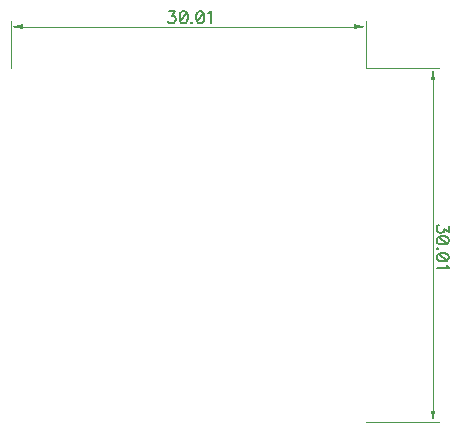
<source format=gbr>
G04 DipTrace 3.2.0.1*
G04 TopDimension.gbr*
%MOIN*%
G04 #@! TF.FileFunction,Drawing,Top*
G04 #@! TF.Part,Single*
%ADD13C,0.001378*%
%ADD53C,0.006176*%
%FSLAX26Y26*%
G04*
G70*
G90*
G75*
G01*
G04 TopDimension*
%LPD*%
X393701Y1575075D2*
D13*
Y1732274D1*
X1575075Y1575075D2*
Y1732274D1*
X984388Y1712589D2*
X433071D1*
G36*
X393701D2*
X433071Y1720463D1*
Y1704715D1*
X393701Y1712589D1*
G37*
X984388D2*
D13*
X1535705D1*
G36*
X1575075D2*
X1535705Y1704715D1*
Y1720463D1*
X1575075Y1712589D1*
G37*
Y1575075D2*
D13*
X1819783D1*
X1575075Y393701D2*
X1819783D1*
X1800098Y984388D2*
Y1535705D1*
G36*
Y1575075D2*
X1807972Y1535705D1*
X1792224D1*
X1800098Y1575075D1*
G37*
Y984388D2*
D13*
Y433071D1*
G36*
Y393701D2*
X1792224Y433071D1*
X1807972D1*
X1800098Y393701D1*
G37*
X919707Y1764948D2*
D53*
X940709D1*
X929257Y1749649D1*
X935005D1*
X938808Y1747748D1*
X940709Y1745847D1*
X942655Y1740099D1*
Y1736296D1*
X940709Y1730548D1*
X936907Y1726701D1*
X931159Y1724800D1*
X925411D1*
X919707Y1726701D1*
X917806Y1728647D1*
X915860Y1732449D1*
X966502Y1764948D2*
X960754Y1763047D1*
X956907Y1757298D1*
X955006Y1747748D1*
Y1742000D1*
X956907Y1732449D1*
X960754Y1726701D1*
X966502Y1724800D1*
X970305D1*
X976053Y1726701D1*
X979855Y1732449D1*
X981801Y1742000D1*
Y1747748D1*
X979855Y1757298D1*
X976053Y1763047D1*
X970305Y1764948D1*
X966502D1*
X979855Y1757298D2*
X956907Y1732449D1*
X996053Y1728647D2*
X994152Y1726701D1*
X996053Y1724800D1*
X997999Y1726701D1*
X996053Y1728647D1*
X1021846Y1764948D2*
X1016098Y1763047D1*
X1012252Y1757298D1*
X1010350Y1747748D1*
Y1742000D1*
X1012252Y1732449D1*
X1016098Y1726701D1*
X1021846Y1724800D1*
X1025649D1*
X1031397Y1726701D1*
X1035200Y1732449D1*
X1037145Y1742000D1*
Y1747748D1*
X1035200Y1757298D1*
X1031397Y1763047D1*
X1025649Y1764948D1*
X1021846D1*
X1035200Y1757298D2*
X1012252Y1732449D1*
X1049496Y1757298D2*
X1053343Y1759244D1*
X1059091Y1764948D1*
Y1724800D1*
X1852457Y1049069D2*
Y1028066D1*
X1837158Y1039518D1*
Y1033770D1*
X1835257Y1029968D1*
X1833356Y1028066D1*
X1827608Y1026121D1*
X1823805D1*
X1818057Y1028066D1*
X1814210Y1031869D1*
X1812309Y1037617D1*
Y1043365D1*
X1814210Y1049069D1*
X1816156Y1050970D1*
X1819958Y1052916D1*
X1852457Y1002273D2*
X1850556Y1008021D1*
X1844808Y1011868D1*
X1835257Y1013769D1*
X1829509D1*
X1819958Y1011868D1*
X1814210Y1008021D1*
X1812309Y1002273D1*
Y998471D1*
X1814210Y992723D1*
X1819958Y988920D1*
X1829509Y986975D1*
X1835257D1*
X1844808Y988920D1*
X1850556Y992723D1*
X1852457Y998471D1*
Y1002273D1*
X1844808Y988920D2*
X1819958Y1011868D1*
X1816156Y972722D2*
X1814210Y974623D1*
X1812309Y972722D1*
X1814210Y970777D1*
X1816156Y972722D1*
X1852457Y946929D2*
X1850556Y952677D1*
X1844808Y956524D1*
X1835257Y958425D1*
X1829509D1*
X1819958Y956524D1*
X1814210Y952677D1*
X1812309Y946929D1*
Y943127D1*
X1814210Y937379D1*
X1819958Y933576D1*
X1829509Y931631D1*
X1835257D1*
X1844808Y933576D1*
X1850556Y937379D1*
X1852457Y943127D1*
Y946929D1*
X1844808Y933576D2*
X1819958Y956524D1*
X1844808Y919279D2*
X1846753Y915432D1*
X1852457Y909684D1*
X1812309D1*
M02*

</source>
